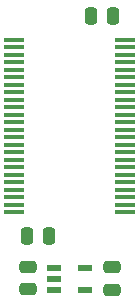
<source format=gtp>
%TF.GenerationSoftware,KiCad,Pcbnew,8.0.7*%
%TF.CreationDate,2025-01-27T09:30:16+02:00*%
%TF.ProjectId,SD Card Read Data,53442043-6172-4642-9052-656164204461,V0*%
%TF.SameCoordinates,Original*%
%TF.FileFunction,Paste,Top*%
%TF.FilePolarity,Positive*%
%FSLAX46Y46*%
G04 Gerber Fmt 4.6, Leading zero omitted, Abs format (unit mm)*
G04 Created by KiCad (PCBNEW 8.0.7) date 2025-01-27 09:30:16*
%MOMM*%
%LPD*%
G01*
G04 APERTURE LIST*
G04 Aperture macros list*
%AMRoundRect*
0 Rectangle with rounded corners*
0 $1 Rounding radius*
0 $2 $3 $4 $5 $6 $7 $8 $9 X,Y pos of 4 corners*
0 Add a 4 corners polygon primitive as box body*
4,1,4,$2,$3,$4,$5,$6,$7,$8,$9,$2,$3,0*
0 Add four circle primitives for the rounded corners*
1,1,$1+$1,$2,$3*
1,1,$1+$1,$4,$5*
1,1,$1+$1,$6,$7*
1,1,$1+$1,$8,$9*
0 Add four rect primitives between the rounded corners*
20,1,$1+$1,$2,$3,$4,$5,0*
20,1,$1+$1,$4,$5,$6,$7,0*
20,1,$1+$1,$6,$7,$8,$9,0*
20,1,$1+$1,$8,$9,$2,$3,0*%
G04 Aperture macros list end*
%ADD10RoundRect,0.250000X-0.250000X-0.475000X0.250000X-0.475000X0.250000X0.475000X-0.250000X0.475000X0*%
%ADD11RoundRect,0.250000X0.250000X0.475000X-0.250000X0.475000X-0.250000X-0.475000X0.250000X-0.475000X0*%
%ADD12R,1.800000X0.430000*%
%ADD13RoundRect,0.250000X0.475000X-0.250000X0.475000X0.250000X-0.475000X0.250000X-0.475000X-0.250000X0*%
%ADD14R,1.150000X0.600000*%
G04 APERTURE END LIST*
D10*
%TO.C,C1*%
X6046000Y-23241000D03*
X4146000Y-23241000D03*
%TD*%
D11*
%TO.C,C4*%
X9575000Y-4572000D03*
X11475000Y-4572000D03*
%TD*%
D12*
%TO.C,IC2*%
X3048000Y-21208000D03*
X3048000Y-20574000D03*
X3048000Y-19938000D03*
X3048001Y-19304000D03*
X3048001Y-18668000D03*
X3048000Y-18034000D03*
X3048000Y-17398000D03*
X3048000Y-16764000D03*
X3048000Y-16128000D03*
X3048001Y-15494000D03*
X3048000Y-14858000D03*
X3048000Y-14224000D03*
X3048000Y-13588000D03*
X3048000Y-12954000D03*
X3048001Y-12318000D03*
X3048000Y-11684000D03*
X3048000Y-11048000D03*
X3048000Y-10414000D03*
X3048000Y-9778000D03*
X3048001Y-9144000D03*
X3048001Y-8508000D03*
X3048000Y-7874000D03*
X3048000Y-7238000D03*
X3048000Y-6604000D03*
X12448000Y-6604000D03*
X12448000Y-7238000D03*
X12448000Y-7874000D03*
X12447999Y-8508000D03*
X12447999Y-9144000D03*
X12448000Y-9778000D03*
X12448000Y-10414000D03*
X12448000Y-11048000D03*
X12448000Y-11684000D03*
X12447999Y-12318000D03*
X12448000Y-12954000D03*
X12448000Y-13588000D03*
X12448000Y-14224000D03*
X12448000Y-14858000D03*
X12447999Y-15494000D03*
X12448000Y-16128000D03*
X12448000Y-16764000D03*
X12448000Y-17398000D03*
X12448000Y-18034000D03*
X12447999Y-18668000D03*
X12447999Y-19304000D03*
X12448000Y-19938000D03*
X12448000Y-20574000D03*
X12448000Y-21208000D03*
%TD*%
D13*
%TO.C,C11*%
X11333000Y-25892000D03*
X11333000Y-27792000D03*
%TD*%
D14*
%TO.C,IC1*%
X9077000Y-25908000D03*
X9077000Y-27808000D03*
X6477000Y-27808000D03*
X6477000Y-26858000D03*
X6477000Y-25908000D03*
%TD*%
D13*
%TO.C,C10*%
X4259000Y-25842000D03*
X4259000Y-27742000D03*
%TD*%
M02*

</source>
